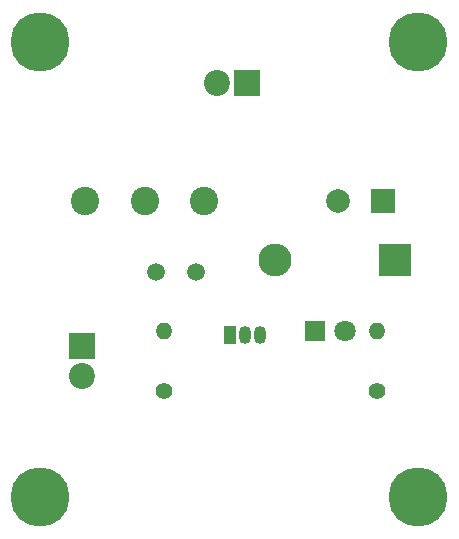
<source format=gbr>
%TF.GenerationSoftware,KiCad,Pcbnew,8.0.5*%
%TF.CreationDate,2024-12-26T12:48:10+03:00*%
%TF.ProjectId,LDR_Project,4c44525f-5072-46f6-9a65-63742e6b6963,rev?*%
%TF.SameCoordinates,Original*%
%TF.FileFunction,Copper,L2,Bot*%
%TF.FilePolarity,Positive*%
%FSLAX46Y46*%
G04 Gerber Fmt 4.6, Leading zero omitted, Abs format (unit mm)*
G04 Created by KiCad (PCBNEW 8.0.5) date 2024-12-26 12:48:10*
%MOMM*%
%LPD*%
G01*
G04 APERTURE LIST*
%TA.AperFunction,ComponentPad*%
%ADD10C,1.500000*%
%TD*%
%TA.AperFunction,ComponentPad*%
%ADD11C,1.400000*%
%TD*%
%TA.AperFunction,ComponentPad*%
%ADD12O,1.400000X1.400000*%
%TD*%
%TA.AperFunction,ComponentPad*%
%ADD13R,1.050000X1.500000*%
%TD*%
%TA.AperFunction,ComponentPad*%
%ADD14O,1.050000X1.500000*%
%TD*%
%TA.AperFunction,ComponentPad*%
%ADD15R,2.200000X2.200000*%
%TD*%
%TA.AperFunction,ComponentPad*%
%ADD16C,2.200000*%
%TD*%
%TA.AperFunction,ComponentPad*%
%ADD17C,5.000000*%
%TD*%
%TA.AperFunction,ComponentPad*%
%ADD18R,1.800000X1.800000*%
%TD*%
%TA.AperFunction,ComponentPad*%
%ADD19C,1.800000*%
%TD*%
%TA.AperFunction,ComponentPad*%
%ADD20C,2.400000*%
%TD*%
%TA.AperFunction,ComponentPad*%
%ADD21R,2.000000X2.000000*%
%TD*%
%TA.AperFunction,ComponentPad*%
%ADD22C,2.000000*%
%TD*%
%TA.AperFunction,ComponentPad*%
%ADD23R,2.800000X2.800000*%
%TD*%
%TA.AperFunction,ComponentPad*%
%ADD24O,2.800000X2.800000*%
%TD*%
G04 APERTURE END LIST*
D10*
%TO.P,R3,1*%
%TO.N,Net-(Q1-B)*%
X125300000Y-85000000D03*
%TO.P,R3,2*%
%TO.N,GND*%
X128700000Y-85000000D03*
%TD*%
D11*
%TO.P,R1,1*%
%TO.N,Net-(D1-K)*%
X126000000Y-95040000D03*
D12*
%TO.P,R1,2*%
%TO.N,Net-(Q1-B)*%
X126000000Y-89960000D03*
%TD*%
D13*
%TO.P,Q1,1,C*%
%TO.N,Net-(D1-A)*%
X131535000Y-90325000D03*
D14*
%TO.P,Q1,2,B*%
%TO.N,Net-(Q1-B)*%
X132805000Y-90325000D03*
%TO.P,Q1,3,E*%
%TO.N,GND*%
X134075000Y-90325000D03*
%TD*%
D15*
%TO.P,J2,1,Pin_1*%
%TO.N,GND*%
X119000000Y-91230000D03*
D16*
%TO.P,J2,2,Pin_2*%
%TO.N,Net-(D1-K)*%
X119000000Y-93770000D03*
%TD*%
D17*
%TO.P,H2,1*%
%TO.N,N/C*%
X115500000Y-104000000D03*
%TD*%
D18*
%TO.P,D2,1,K*%
%TO.N,Net-(D1-A)*%
X138725000Y-90000000D03*
D19*
%TO.P,D2,2,A*%
%TO.N,Net-(D2-A)*%
X141265000Y-90000000D03*
%TD*%
D17*
%TO.P,H3,1*%
%TO.N,N/C*%
X147500000Y-65500000D03*
%TD*%
%TO.P,H1,1*%
%TO.N,N/C*%
X115500000Y-65500000D03*
%TD*%
%TO.P,H4,1*%
%TO.N,N/C*%
X147500000Y-104000000D03*
%TD*%
D15*
%TO.P,J1,1,Pin_1*%
%TO.N,Net-(J1-Pin_1)*%
X133000000Y-69000000D03*
D16*
%TO.P,J1,2,Pin_2*%
%TO.N,Net-(J1-Pin_2)*%
X130460000Y-69000000D03*
%TD*%
D20*
%TO.P,K1,11*%
%TO.N,Net-(J1-Pin_2)*%
X124340000Y-79000000D03*
%TO.P,K1,12*%
%TO.N,unconnected-(K1-Pad12)*%
X129380000Y-79000000D03*
%TO.P,K1,14*%
%TO.N,Net-(J1-Pin_1)*%
X119300000Y-79000000D03*
D21*
%TO.P,K1,A1*%
%TO.N,Net-(D1-K)*%
X144500000Y-79000000D03*
D22*
%TO.P,K1,A2*%
%TO.N,Net-(D1-A)*%
X140720000Y-79000000D03*
%TD*%
D23*
%TO.P,D1,1,K*%
%TO.N,Net-(D1-K)*%
X145500000Y-84000000D03*
D24*
%TO.P,D1,2,A*%
%TO.N,Net-(D1-A)*%
X135340000Y-84000000D03*
%TD*%
D11*
%TO.P,R2,1*%
%TO.N,Net-(D1-K)*%
X144000000Y-95040000D03*
D12*
%TO.P,R2,2*%
%TO.N,Net-(D2-A)*%
X144000000Y-89960000D03*
%TD*%
M02*

</source>
